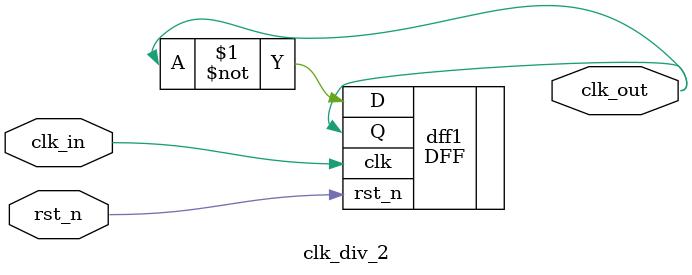
<source format=sv>
`timescale 1ns / 1ps

module clk_div_2(
    input clk_in,
    input rst_n,
    output logic clk_out
    );
    
    DFF dff1(.D(~clk_out), .Q(clk_out), .clk(clk_in), .rst_n(rst_n));
    
endmodule

</source>
